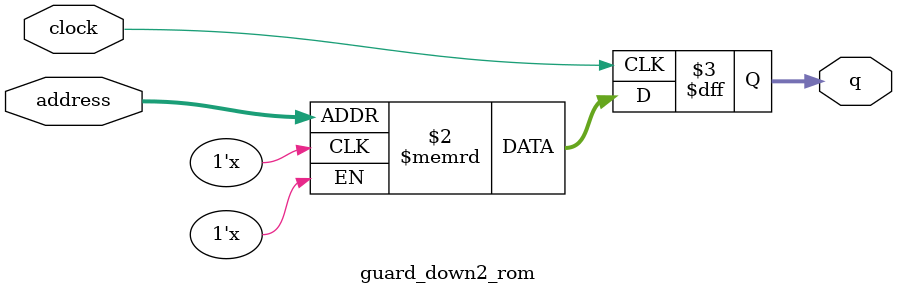
<source format=sv>
module guard_down2_rom (
	input logic clock,
	input logic [9:0] address,
	output logic [3:0] q
);

logic [3:0] memory [0:944] /* synthesis ram_init_file = "./guard_down2.mif" */;

always_ff @ (posedge clock) begin
	q <= memory[address];
end

endmodule

</source>
